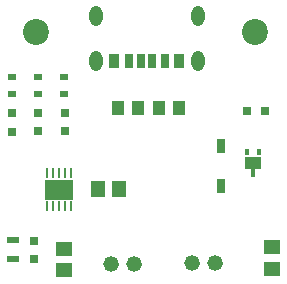
<source format=gbr>
%TF.GenerationSoftware,KiCad,Pcbnew,7.0.10-1.fc38*%
%TF.CreationDate,2024-02-18T19:40:33+00:00*%
%TF.ProjectId,usbc_power_supply_2,75736263-5f70-46f7-9765-725f73757070,rev?*%
%TF.SameCoordinates,Original*%
%TF.FileFunction,Soldermask,Top*%
%TF.FilePolarity,Negative*%
%FSLAX46Y46*%
G04 Gerber Fmt 4.6, Leading zero omitted, Abs format (unit mm)*
G04 Created by KiCad (PCBNEW 7.0.10-1.fc38) date 2024-02-18 19:40:33*
%MOMM*%
%LPD*%
G01*
G04 APERTURE LIST*
%ADD10R,1.450000X1.150000*%
%ADD11C,1.320800*%
%ADD12R,0.254000X0.812800*%
%ADD13R,2.489200X1.752600*%
%ADD14R,0.762000X1.219200*%
%ADD15R,0.799998X0.755599*%
%ADD16R,1.041400X0.558800*%
%ADD17R,1.005599X1.199998*%
%ADD18R,0.755599X0.799998*%
%ADD19R,0.304800X0.508000*%
%ADD20R,1.295400X0.990600*%
%ADD21O,1.117600X1.701800*%
%ADD22C,0.762000*%
%ADD23R,0.812800X1.193800*%
%ADD24R,0.762000X1.193800*%
%ADD25R,0.711200X1.193800*%
%ADD26C,2.200000*%
%ADD27R,0.800000X0.600000*%
%ADD28R,1.150000X1.450000*%
G04 APERTURE END LIST*
%TO.C,Q1*%
G36*
X122232800Y-114852801D02*
G01*
X121737500Y-114852798D01*
X121737500Y-115513198D01*
X121432700Y-115513198D01*
X121432700Y-114852798D01*
X120937400Y-114852801D01*
X120937400Y-113862201D01*
X122232800Y-113862201D01*
X122232800Y-114852801D01*
G37*
%TD*%
D10*
%TO.C,C3*%
X105540000Y-121650000D03*
X105540000Y-123450000D03*
%TD*%
D11*
%TO.C,J2*%
X118406601Y-122845100D03*
X116406599Y-122845100D03*
%TD*%
D12*
%TO.C,U2*%
X106160000Y-115206000D03*
X105659998Y-115206000D03*
X105159999Y-115206000D03*
X104660000Y-115206000D03*
X104159998Y-115206000D03*
X104159998Y-118000000D03*
X104660000Y-118000000D03*
X105159999Y-118000000D03*
X105659998Y-118000000D03*
X106160000Y-118000000D03*
D13*
X105159999Y-116603000D03*
%TD*%
D14*
%TO.C,U1*%
X118890000Y-116296400D03*
X118890000Y-112943600D03*
%TD*%
D15*
%TO.C,R8*%
X103030000Y-120930000D03*
X103030000Y-122485598D03*
%TD*%
%TO.C,R7*%
X101140000Y-111697799D03*
X101140000Y-110142201D03*
%TD*%
D16*
%TO.C,R6*%
X101290000Y-120840000D03*
X101290000Y-122440200D03*
%TD*%
D15*
%TO.C,R5*%
X103400000Y-110104402D03*
X103400000Y-111660000D03*
%TD*%
%TO.C,R4*%
X105630000Y-110114402D03*
X105630000Y-111670000D03*
%TD*%
D17*
%TO.C,R3*%
X111860000Y-109680000D03*
X110154402Y-109680000D03*
%TD*%
%TO.C,R2*%
X113650000Y-109670000D03*
X115355598Y-109670000D03*
%TD*%
D18*
%TO.C,R1*%
X121082201Y-109990000D03*
X122637799Y-109990000D03*
%TD*%
D19*
%TO.C,Q1*%
X122085099Y-113457500D03*
X121085101Y-113457500D03*
D20*
X121585100Y-114357501D03*
%TD*%
D11*
%TO.C,J3*%
X109526599Y-122875100D03*
X111526601Y-122875100D03*
%TD*%
D21*
%TO.C,J1*%
X108250000Y-101950000D03*
X108250000Y-105750000D03*
X116890004Y-105750000D03*
X116890004Y-101950000D03*
D22*
X116890004Y-101950000D03*
D23*
X109820007Y-105750006D03*
D24*
X111050005Y-105750006D03*
D25*
X112070003Y-105750006D03*
X113070001Y-105750006D03*
D24*
X114089999Y-105750006D03*
D23*
X115319997Y-105750006D03*
%TD*%
D26*
%TO.C,H2*%
X103250000Y-103250000D03*
%TD*%
%TO.C,H1*%
X121750000Y-103250000D03*
%TD*%
D27*
%TO.C,D3*%
X101190000Y-107110000D03*
X101190000Y-108510000D03*
%TD*%
%TO.C,D2*%
X105610000Y-108480000D03*
X105610000Y-107080000D03*
%TD*%
%TO.C,D1*%
X103420000Y-107070000D03*
X103420000Y-108470000D03*
%TD*%
D28*
%TO.C,C2*%
X108460000Y-116520000D03*
X110260000Y-116520000D03*
%TD*%
D10*
%TO.C,C1*%
X123150000Y-121500000D03*
X123150000Y-123300000D03*
%TD*%
M02*

</source>
